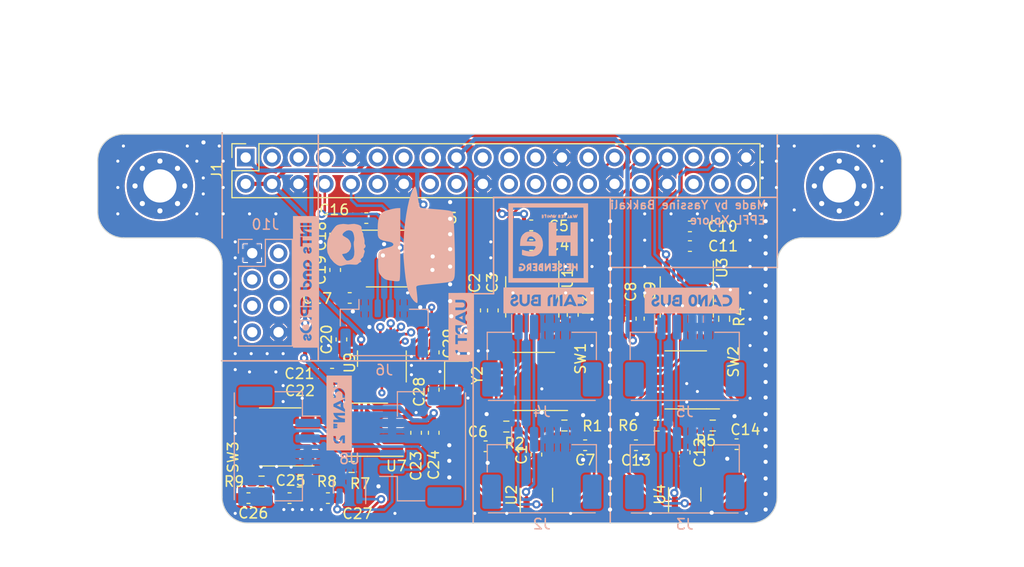
<source format=kicad_pcb>
(kicad_pcb (version 20221018) (generator pcbnew)
  (title_block (title "Jetson AGX Xavier 40pinheader hat") (date "2023-06-17") (rev "MK1") (company "EPFL Xplore") (comment 3 "Made by [MYB]") (comment 4 "AISLER Project ID: YHUOPNUO"))
  (layers (0 "F.Cu" signal) (1 "In1.Cu" signal) (2 "In2.Cu" signal) (31 "B.Cu" signal) (34 "B.Paste" user) (35 "F.Paste" user) (36 "B.SilkS" user "B.Silkscreen") (37 "F.SilkS" user "F.Silkscreen") (38 "B.Mask" user) (39 "F.Mask" user) (44 "Edge.Cuts" user))
  (net 0 "")
  (net 1 "+3V3")
  (net 2 "+5V")
  (net 3 "/I2C_GP5_DAT")
  (net 4 "/I2C_GP5_CLK")
  (net 5 "GND")
  (net 6 "/MCLK05")
  (net 7 "/UART1_TX")
  (net 8 "/UART1_RX")
  (net 9 "/UART1_RTS")
  (net 10 "/I2S2_CLK")
  (net 11 "/PWM01")
  (net 12 "/GPIO27_PWM2")
  (net 13 "/GPIO8_AO_DMIC_IN_DAT")
  (net 14 "/GPIO35_PWM3")
  (net 15 "/SPI1_MOSI")
  (net 16 "/SPI1_MISO")
  (net 17 "/GPIO17_40HEADER")
  (net 18 "/SPI1_SCK")
  (net 19 "/SPI1_CS0")
  (net 20 "/SPI1_CS1")
  (net 21 "/I2C_GP2_DAT")
  (net 22 "/I2C_GP2_CLK")
  (net 23 "/CAN0_DIN")
  (net 24 "/CAN0_DOUT")
  (net 25 "/GPIO9_CAN1_GPIO0_DMIC_CLK")
  (net 26 "/CAN1_DOUT")
  (net 27 "/I2S_FS")
  (net 28 "/UART1_CTS")
  (net 29 "/CAN1_DIN")
  (net 30 "/I2S_SDIN")
  (net 31 "/I2S_SDOUT")
  (net 32 "/FDCAN_TRANSCEIVER/TERM_MID")
  (net 33 "/FDCAN_TRANSCEIVER/SW_BOT")
  (net 34 "/FDCAN_TRANSCEIVER1/TERM_MID")
  (net 35 "/FDCAN_TRANSCEIVER1/SW_BOT")
  (net 36 "/FDCAN_TRANSCEIVER2/TERM_MID")
  (net 37 "/FDCAN_TRANSCEIVER2/SW_BOT")
  (net 38 "/FDCAN_TRANSCEIVER1/S")
  (net 39 "/FDCAN_TRANSCEIVER1/SW_TOP")
  (net 40 "/FDCAN_TRANSCEIVER/SW_TOP")
  (net 41 "/FDCAN_TRANSCEIVER2/SW_TOP")
  (net 42 "/FDCAN_TRANSCEIVER/S")
  (net 43 "/FDCAN_TRANSCEIVER2/S")
  (net 48 "Net-(U5-V+)")
  (net 49 "Net-(U5-V-)")
  (net 50 "Net-(U5-C1+)")
  (net 51 "Net-(U5-C1-)")
  (net 52 "Net-(U5-C2-)")
  (net 53 "Net-(U5-C2+)")
  (net 54 "Net-(J6-Pin_2)")
  (net 55 "Net-(J6-Pin_3)")
  (net 60 "/FDCAN_TRANSCEIVER1/CAN-")
  (net 61 "/FDCAN_TRANSCEIVER1/CAN+")
  (net 62 "/FDCAN_TRANSCEIVER/CAN-")
  (net 63 "/FDCAN_TRANSCEIVER/CAN+")
  (net 64 "/FDCAN_TRANSCEIVER2/CAN-")
  (net 65 "/FDCAN_TRANSCEIVER2/CAN+")
  (net 66 "/FDCAN_TRANSCEIVER2/TXD")
  (net 67 "/FDCAN_TRANSCEIVER2/RXD")
  (net 71 "Net-(U9-OSC2)")
  (net 72 "Net-(U9-OSC1)")
  (footprint "Capacitor_SMD:C_0603_1608Metric_Pad1.08x0.95mm_HandSolder" (layer "F.Cu") (at 50.1 78.1 180)
    (fp_text reference "C25")
    (fp_text value "4.7uF")
  )
  (footprint "Capacitor_SMD:C_0603_1608Metric_Pad1.08x0.95mm_HandSolder" (layer "F.Cu") (at 62.3 71.8 -90)
    (fp_text reference "C23")
    (fp_text value "0.1uF")
  )
  (footprint "Capacitor_SMD:C_0603_1608Metric_Pad1.08x0.95mm_HandSolder" (layer "F.Cu") (at 54.2 66.1 180)
    (fp_text reference "C21")
    (fp_text value "4.7uF")
  )
  (footprint "Capacitor_SMD:C_0603_1608Metric_Pad1.08x0.95mm_HandSolder" (layer "F.Cu") (at 64 64.05 -90)
    (fp_text reference "C29")
    (fp_text value "22pF")
  )
  (footprint "Crystal:Crystal_SMD_2016-4Pin_2.0x1.6mm" (layer "F.Cu") (at 66.2 66.25 -90)
    (fp_text reference "Y2")
    (fp_text value "CN4040M00010T1521016")
  )
  (footprint "Capacitor_SMD:C_0603_1608Metric_Pad1.08x0.95mm_HandSolder" (layer "F.Cu") (at 54.5 52.7 -90)
    (fp_text reference "C18")
    (fp_text value "0.1uF")
  )
  (footprint "0_switch_button:CAS-220TB" (layer "F.Cu") (at 49.2 72.2 90)
    (fp_text reference "SW3")
    (fp_text value "SW_DPDT_x2")
  )
  (footprint "Connector_PinSocket_2.54mm:PinSocket_2x20_P2.54mm_Vertical" (layer "F.Cu") (at 45.875 45.26 90)
    (fp_text reference "J1")
    (fp_text value "02x20 2.54 mm Female Socket")
  )
  (footprint "Resistor_SMD:R_0603_1608Metric_Pad0.98x0.95mm_HandSolder" (layer "F.Cu") (at 56.0875 75.1)
    (fp_text reference "R7")
    (fp_text value "10k")
  )
  (footprint "Capacitor_SMD:C_0603_1608Metric_Pad1.08x0.95mm_HandSolder" (layer "F.Cu") (at 54.2 67.8 180)
    (fp_text reference "C22")
    (fp_text value "0.1uF")
  )
  (footprint "Capacitor_SMD:C_0603_1608Metric_Pad1.08x0.95mm_HandSolder" (layer "F.Cu") (at 55.1 62.8 90)
    (fp_text reference "C20")
    (fp_text value "0.1uF")
  )
  (footprint "0_switch_button:CAS-220TB" (layer "F.Cu") (at 88.3 66.7 90)
    (fp_text reference "SW2")
    (fp_text value "SW_DPDT_x2")
  )
  (footprint "Capacitor_SMD:C_0603_1608Metric_Pad1.08x0.95mm_HandSolder" (layer "F.Cu") (at 83.5 73)
    (fp_text reference "C13")
    (fp_text value "DNP")
  )
  (footprint "Resistor_SMD:R_0603_1608Metric_Pad0.98x0.95mm_HandSolder" (layer "F.Cu") (at 71 71.2 180)
    (fp_text reference "R2")
    (fp_text value "60R")
  )
  (footprint "Capacitor_SMD:C_0603_1608Metric_Pad1.08x0.95mm_HandSolder" (layer "F.Cu") (at 68 60 90)
    (fp_text reference "C2")
    (fp_text value "0.1uF")
  )
  (footprint "Capacitor_SMD:C_0603_1608Metric_Pad1.08x0.95mm_HandSolder" (layer "F.Cu") (at 57.5 51.1 180)
    (fp_text reference "C16")
    (fp_text value "0.1uF")
  )
  (footprint "Capacitor_SMD:C_0603_1608Metric_Pad1.08x0.95mm_HandSolder" (layer "F.Cu") (at 88.7 51.9)
    (fp_text reference "C10")
    (fp_text value "0.1uF")
  )
  (footprint "Resistor_SMD:R_0603_1608Metric_Pad0.98x0.95mm_HandSolder" (layer "F.Cu") (at 76.6 71.1 180)
    (fp_text reference "R1")
    (fp_text value "60R")
  )
  (footprint "Capacitor_SMD:C_0603_1608Metric_Pad1.08x0.95mm_HandSolder" (layer "F.Cu") (at 53.8 78.1 180)
    (fp_text reference "C27")
    (fp_text value "DNP")
  )
  (footprint "Capacitor_SMD:C_0603_1608Metric_Pad1.08x0.95mm_HandSolder" (layer "F.Cu") (at 64 67.65 90)
    (fp_text reference "C28")
    (fp_text value "22pF")
  )
  (footprint "Capacitor_SMD:C_0603_1608Metric_Pad1.08x0.95mm_HandSolder" (layer "F.Cu") (at 69.7 60 90)
    (fp_text reference "C3")
    (fp_text value "4.7uF")
  )
  (footprint "Capacitor_SMD:C_0603_1608Metric_Pad1.08x0.95mm_HandSolder" (layer "F.Cu") (at 69 73.1)
    (fp_text reference "C6")
    (fp_text value "DNP")
  )
  (footprint "Resistor_SMD:R_0603_1608Metric_Pad0.98x0.95mm_HandSolder" (layer "F.Cu") (at 77.4 60.3125 90)
    (fp_text reference "R3")
    (fp_text value "10k")
  )
  (footprint "Capacitor_SMD:C_0603_1608Metric_Pad1.08x0.95mm_HandSolder" (layer "F.Cu") (at 64 71.8 -90)
    (fp_text reference "C24")
    (fp_text value "4.7uF")
  )
  (footprint "Package_SO:SOIC-8_3.9x4.9mm_P1.27mm" (layer "F.Cu") (at 57.6 71.5 180)
    (fp_text reference "U7")
    (fp_text value "TCAN1051HGDQ1")
  )
  (footprint "Capacitor_SMD:C_0603_1608Metric_Pad1.08x0.95mm_HandSolder" (layer "F.Cu") (at 88.2 73.7 90)
    (fp_text reference "C12")
    (fp_text value "4.7uF")
  )
  (footprint "Capacitor_SMD:C_0603_1608Metric_Pad1.08x0.95mm_HandSolder" (layer "F.Cu") (at 88.7 53.8)
    (fp_text reference "C11")
    (fp_text value "4.7uF")
  )
  (footprint "Package_TO_SOT_SMD:SOT-23" (layer "F.Cu") (at 88.2 77.7375 90)
    (fp_text reference "U4")
    (fp_text value "PESD2CANFD27V-TR")
  )
  (footprint "Resistor_SMD:R_0603_1608Metric_Pad0.98x0.95mm_HandSolder" (layer "F.Cu") (at 92 60.8 90)
    (fp_text reference "R4")
    (fp_text value "10k")
  )
  (footprint "Capacitor_SMD:C_0603_1608Metric_Pad1.08x0.95mm_HandSolder" (layer "F.Cu") (at 84.8 60.8 90)
    (fp_text reference "C9")
    (fp_text value "0.1uF")
  )
  (footprint "Capacitor_SMD:C_0603_1608Metric_Pad1.08x0.95mm_HandSolder" (layer "F.Cu") (at 73.4 51.8)
    (fp_text reference "C5")
    (fp_text value "4.7uF")
  )
  (footprint "Capacitor_SMD:C_0603_1608Metric_Pad1.08x0.95mm_HandSolder" (layer "F.Cu") (at 93.2 72.9 180)
    (fp_text reference "C14")
    (fp_text value "DNP")
  )
  (footprint "Package_SO:TSSOP-16_4.4x5mm_P0.65mm" (layer "F.Cu") (at 59.7 55)
    (fp_text reference "U5")
    (fp_text value "TRSF3232EIPWR")
  )
  (footprint "Package_SO:SOIC-8_3.9x4.9mm_P1.27mm" (layer "F.Cu") (at 73.5 58.7 -90)
    (fp_text reference "U1")
    (fp_text value "TCAN1051HGDQ1")
  )
  (footprint "Package_DFN_QFN:DFN-14-1EP_3x4.5mm_P0.65mm_EP1.65x4.25mm" (layer "F.Cu") (at 59 65.4 90)
    (fp_text reference "U9")
    (fp_text value "MCP2517FD-xJHA")
  )
  (footprint "MountingHole:MountingHole_3.2mm_M3_Pad_Via" (layer "F.Cu") (at 103.1 48)
    (fp_text reference "H1" hide)
    (fp_text value "M3")
  )
  (footprint "Resistor_SMD:R_0603_1608Metric_Pad0.98x0.95mm_HandSolder" (layer "F.Cu") (at 51.1 76.5 180)
    (fp_text reference "R8")
    (fp_text value "60R")
  )
  (footprint "Capacitor_SMD:C_0603_1608Metric_Pad1.08x0.95mm_HandSolder" (layer "F.Cu") (at 46.1375 78.1)
    (fp_text reference "C26")
    (fp_text value "DNP")
  )
  (footprint "Resistor_SMD:R_0603_1608Metric_Pad0.98x0.95mm_HandSolder" (layer "F.Cu") (at 90.9 71.1 180)
    (fp_text reference "R5")
    (fp_text value "60R")
  )
  (footprint "Capacitor_SMD:C_0603_1608Metric_Pad1.08x0.95mm_HandSolder" (layer "F.Cu") (at 78.6 73 180)
    (fp_text reference "C7")
    (fp_text value "DNP")
  )
  (footprint "Capacitor_SMD:C_0603_1608Metric_Pad1.08x0.95mm_HandSolder" (layer "F.Cu") (at 73.4 53.7)
    (fp_text reference "C4")
    (fp_text value "0.1uF")
  )
  (footprint "Package_TO_SOT_SMD:SOT-23" (layer "F.Cu") (at 73.9 77.8 90)
    (fp_text reference "U2")
    (fp_text value "PESD2CANFD27V-TR")
  )
  (footprint "Capacitor_SMD:C_0603_1608Metric_Pad1.08x0.95mm_HandSolder" (layer "F.Cu") (at 83 60.8 90)
    (fp_text reference "C8")
    (fp_text value "4.7uF")
  )
  (footprint "Capacitor_SMD:C_0603_1608Metric_Pad1.08x0.95mm_HandSolder" (layer "F.Cu") (at 55.9 58.8)
    (fp_text reference "C17")
    (fp_text value "0.1uF")
  )
  (footprint "Capacitor_SMD:C_0603_1608Metric_Pad1.08x0.95mm_HandSolder" (layer "F.Cu") (at 61.7 51.1 180)
    (fp_text reference "C15")
    (fp_text value "0.1uF")
  )
  (footprint "Package_SO:SOIC-8_3.9x4.9mm_P1.27mm" (layer "F.Cu") (at 88.4 58.7 -90)
    (fp_text reference "U3")
    (fp_text value "TCAN1051HGDQ1")
  )
  (footprint "Capacitor_SMD:C_0603_1608Metric_Pad1.08x0.95mm_HandSolder" (layer "F.Cu") (at 73.9 73.9 90)
    (fp_text reference "C1")
    (fp_text value "4.7uF")
  )
  (footprint "0_switch_button:CAS-220TB" (layer "F.Cu") (at 73.65 66.85 90)
    (fp_text reference "SW1")
    (fp_text value "SW_DPDT_x2")
  )
  (footprint "Resistor_SMD:R_0603_1608Metric_Pad0.98x0.95mm_HandSolder" (layer "F.Cu") (at 47.4 76.5 180)
    (fp_text reference "R9")
    (fp_text value "60R")
  )
  (footprint "MountingHole:MountingHole_3.2mm_M3_Pad_Via" (layer "F.Cu") (at 37.600044 48.000044)
    (fp_text reference "H2" hide)
    (fp_text value "M3")
  )
  (footprint "Capacitor_SMD:C_0603_1608Metric_Pad1.08x0.95mm_HandSolder" (layer "F.Cu") (at 54.5 56.1 90)
    (fp_text reference "C19")
    (fp_text value "0.1uF")
  )
  (footprint "Resistor_SMD:R_0603_1608Metric_Pad0.98x0.95mm_HandSolder" (layer "F.Cu") (at 85.4875 71.1 180)
    (fp_text reference "R6")
    (fp_text value "60R")
  )
  (footprint "kibuzzard-648DB5C4" (layer "B.Cu") (at 51.67 57.25 -90)
    (fp_text reference "kibuzzard-648DB5C4" hide)
    (fp_text value "G***" hide)
  )
  (footprint "Connector_Molex:Molex_CLIK-Mate_505405-0470_1x04-1MP_P1.50mm_Vertical" (layer "B.Cu") (at 74.422 75.184)
    (fp_text reference "J2")
    (fp_text value "CLIK-Mate 502584")
  )
  (footprint "Connector_PinSocket_2.54mm:PinSocket_2x04_P2.54mm_Vertical" (layer "B.Cu") (at 46.5 54.48 180)
    (fp_text reference "J10")
    (fp_text value "02x04 2.54mm Pin Headers")
  )
  (footprint "kibuzzard-648DB541" (layer "B.Cu") (at 75.09 59.03 180)
    (fp_text reference "kibuzzard-648DB541" hide)
    (fp_text value "G***" hide)
  )
  (footprint "Connector_Molex:Molex_CLIK-Mate_505405-0470_1x04-1MP_P1.50mm_Vertical" (layer "B.Cu") (at 49.1 73.1 -90)
    (fp_text reference "J7" hide)
    (fp_text value "CLIK-Mate 502584")
  )
  (footprint "Package_TO_SOT_SMD:SOT-23" (layer "B.Cu") (at 55.88 76.962 90)
    (fp_text reference "U8")
    (fp_text value "PESD2CANFD27V-TR")
  )
  (footprint "kibuzzard-648DB59F" (layer "B.Cu") (at 54.88 69.89 -90)
    (fp_text reference "kibuzzard-648DB59F" hide)
    (fp_text value "G***" hide)
  )
  (footprint "Connector_Molex:Molex_CLIK-Mate_505405-0470_1x04-1MP_P1.50mm_Vertical" (layer "B.Cu") (at 74.422 64.35)
    (fp_text reference "J4")
    (fp_text value "CLIK-Mate 502584")
  )
  (footprint "LOGO" (layer "B.Cu") (at 75.04 53.52 180)
    (fp_text reference "G***" hide)
    (fp_text value "LOGO" hide)
  )
  (footprint "Connector_Molex:Molex_CLIK-Mate_505405-0470_1x04-1MP_P1.50mm_Vertical" (layer "B.Cu") (at 88.2 75.2)
    (fp_text reference "J3")
    (fp_text value "CLIK-Mate 502584")
  )
  (footprint "LOGO" (layer "B.Cu") (at 58.572369 53.343073 90)
    (fp_text reference "G***" hide)
    (fp_text value "LOGO" hide)
  )
  (footprint "kibuzzard-648DB530" (layer "B.Cu") (at 88.89 59.05 180)
    (fp_text reference "kibuzzard-648DB530" hide)
    (fp_text value "G***" hide)
  )
  (footprint "Connector_Molex:Molex_CLIK-Mate_505405-0470_1x04-1MP_P1.50mm_Vertical" (layer "B.Cu") (at 62.738 73.1 90)
    (fp_text reference "J9" hide)
    (fp_text value "CLIK-Mate 502584")
  )
  (footprint "Connector_JST:JST_GH_BM04B-GHS-TBT_1x04-1MP_P1.25mm_Vertical" (layer "B.Cu") (at 59.225 61.75)
    (fp_text reference "J6")
    (fp_text value "Conn_01x04")
  )
  (footprint "kibuzzard-648DB57D" (layer "B.Cu") (at 66.65 61.625 -90)
    (fp_text reference "kibuzzard-648DB57D" hide)
    (fp_text value "G***" hide)
  )
  (footprint "Connector_Molex:Molex_CLIK-Mate_505405-0470_1x04-1MP_P1.50mm_Vertical" (layer "B.Cu") (at 88.2 64.35)
    (fp_text reference "J5")
    (fp_text value "CLIK-Mate 502584")
  )
  (gr_line (start 81.02 80.49) (end 81.02 49.12) (stroke (width 0.15)) (layer "B.SilkS"))
  (gr_line (start 67.8 80.505) (end 67.8 64.845) (stroke (width 0.15)) (layer "B.SilkS"))
  (gr_line (start 97.12 53.04) (end 97.12 43.05) (stroke (width 0.15)) (layer "B.SilkS"))
  (gr_line (start 66.37 58.39) (end 69.77 58.39) (stroke (width 0.15)) (layer "B.SilkS"))
  (gr_line (start 52.87 63.5) (end 52.87 43.03) (stroke (width 0.15)) (layer "B.SilkS"))
  (gr_line (start 43.55 64.86) (end 52.87 64.86) (stroke (width 0.15)) (layer "B.SilkS"))
  (gr_line (start 97.12 53.04) (end 97.12 55.86) (stroke (width 0.15)) (layer "B.SilkS"))
  (gr_line (start 69.77 49.1) (end 81.02 49.1) (stroke (width 0.15)) (layer "B.SilkS"))
  (gr_line (start 97.12 49.1) (end 97.12 53.04) (stroke (width 0.15)) (layer "B.SilkS"))
  (gr_line (start 81.02 49.1) (end 97.12 49.1) (stroke (width 0.15)) (layer "B.SilkS"))
  (gr_line (start 43.6 53.02) (end 43.6 42.88) (stroke (width 0.15)) (layer "B.SilkS"))
  (gr_line (start 81.01 55.86) (end 97.13 55.86) (stroke (width 0.15)) (layer "B.SilkS"))
  (gr_line (start 69.77 58.39) (end 69.77 49.1) (stroke (width 0.15)) (layer "B.SilkS"))
  (gr_line (start 52.87 64.86) (end 52.87 63.5) (stroke (width 0.15)) (layer "B.SilkS"))
  (gr_line (start 66.22 64.86) (end 43.55 64.86) (stroke (width 0.15)) (layer "B.SilkS"))
  (gr_line (start 41.1 53) (end 34.109999 53) (stroke (width 0.1)) (layer "Edge.Cuts"))
  (gr_line (start 97.1 55.5) (end 97.1 78) (stroke (width 0.1)) (layer "Edge.Cuts"))
  (gr_arc (start 46.100499 80.500499) (mid 44.332379 79.76812) (end 43.6 78) (stroke (width 0.1)) (layer "Edge.Cuts"))
  (gr_line (start 94.6 80.5) (end 46.1 80.5) (stroke (width 0.1)) (layer "Edge.Cuts"))
  (gr_line (start 43.6 78) (end 43.6 55.5) (stroke (width 0.1)) (layer "Edge.Cuts"))
  (gr_arc (start 34.109999 53) (mid 32.335161 52.264838) (end 31.6 50.49) (stroke (width 0.1)) (layer "Edge.Cuts"))
  (gr_arc (start 31.6 45.52) (mid 32.335162 43.745162) (end 34.11 43.010001) (stroke (width 0.1)) (layer "Edge.Cuts"))
  (gr_arc (start 109.11 50.490001) (mid 108.374838 52.264839) (end 106.6 53) (stroke (width 0.1)) (layer "Edge.Cuts"))
  (gr_arc (start 106.600002 43) (mid 108.37484 43.735162) (end 109.110001 45.51) (stroke (width 0.1)) (layer "Edge.Cuts"))
  (gr_arc (start 97.100499 55.5) (mid 97.832731 53.732233) (end 99.600498 53) (stroke (width 0.1)) (layer "Edge.Cuts"))
  (gr_line (start 31.6 50.49) (end 31.6 45.52) (stroke (width 0.1)) (layer "Edge.Cuts"))
  (gr_arc (start 41.1 53) (mid 42.867767 53.732232) (end 43.6 55.499999) (stroke (width 0.1)) (layer "Edge.Cuts"))
  (gr_arc (start 97.100499 78) (mid 96.36812 79.76812) (end 94.6 80.500499) (stroke (width 0.1)) (layer "Edge.Cuts"))
  (gr_line (start 109.110001 45.51) (end 109.11 50.490001) (stroke (width 0.1)) (layer "Edge.Cuts"))
  (gr_line (start 106.6 53) (end 99.6 53) (stroke (width 0.1)) (layer "Edge.Cuts"))
  (gr_line (start 34.11 43.010001) (end 106.61 43) (stroke (width 0.1)) (layer "Edge.Cuts"))
  (gr_text "Made by Yassine Bakkali" (at 96.16 50.3) (layer "B.SilkS") (effects (font (size 0.8 0.8)) (justify left bottom mirror)))
  (gr_text "EPFL Xplore" (at 96.07 51.77) (layer "B.SilkS") (effects (font (size 0.8 0.8)) (justify left bottom mirror)))
  (segment (start 86.495 61.175) (end 85.2875 61.175) (width 0.4) (layer "F.Cu") (net 1))
  (segment (start 57.05 63.9) (end 55.7625 63.9) (width 0.4) (layer "F.Cu") (net 1))
  (segment (start 83 61.6625) (end 84.8 61.6625) (width 0.4) (layer "F.Cu") (net 1))
  (segment (start 55.0625 69.5325) (end 55.0625 67.8) (width 0.4) (layer "F.Cu") (net 1))
  (segment (start 85.2875 61.175) (end 84.8 61.6625) (width 0.4) (layer "F.Cu") (net 1))
  (segment (start 62.5625 51.1) (end 62.5625 52.725) (width 0.4) (layer "F.Cu") (net 1))
  (segment (start 68 61.0755) (end 67.1 61.9755) (width 0.4) (layer "F.Cu") (net 1))
  (segment (start 63 49.8) (end 63 50.6625) (width 0.4) (layer "F.Cu") (net 1))
  (segment (start 57 62.8) (end 57 63.85) (width 0.4) (layer "F.Cu") (net 1))
  (segment (start 83.2 62.9) (end 83.2 61.8625) (width 0.4) (layer "F.Cu") (net 1))
  (segment (start 55.7625 63.9) (end 55.4 63.5375) (width 0.4) (layer "F.Cu") (net 1))
  (segment (start 70.0125 61.175) (end 71.595 61.175) (width 0.4) (layer "F.Cu") (net 1))
  (segment (start 55.0625 63.875) (end 55.0625 66.1) (width 0.4) (layer "F.Cu") (net 1))
  (segment (start 68 60.8625) (end 69.7 60.8625) (width 0.4) (layer "F.Cu") (net 1))
  (segment (start 69.7 60.8625) (end 70.0125 61.175) (width 0.4) (layer "F.Cu") (net 1))
  (segment (start 55.125 69.595) (end 55.0625 69.5325) (width 0.4) (layer "F.Cu") (net 1))
  (segment (start 57 63.85) (end 57.05 63.9) (width 0.4) (layer "F.Cu") (net 1))
  (segment (start 68 60.8625) (end 68 61.0755) (width 0.4) (layer "F.Cu") (net 1))
  (segment (start 55.0625 66.1) (end 55.0625 67.8) (width 0.4) (layer "F.Cu") (net 1))
  (segment (start 55.4 63.5375) (end 55.0625 63.875) (width 0.4) (layer "F.Cu") (net 1))
  (segment (start 83.2 61.8625) (end 83 61.6625) (width 0.4) (layer "F.Cu") (net 1))
  (segment (start 63 50.6625) (end 62.5625 51.1) (width 0.4) (layer "F.Cu") (net 1))
  (via (at 83.2 62.9) (size 0.8) (drill 0.4) (layers "F.Cu" "B.Cu") (net 1))
  (via (at 67.1 61.9755) (size 0.8) (drill 0.4) (layers "F.Cu" "B.Cu") (net 1))
  (via (at 63 49.8) (size 0.8) (drill 0.4) (layers "F.Cu" "B.Cu") (net 1))
  (via (at 57 62.8) (size 0.8) (drill 0.4) (layers "F.Cu" "B.Cu") (net 1))
  (segment (start 67.48 46.94) (end 67.48 61.5955) (width 0.4) (layer "B.Cu") (net 1))
  (segment (start 66.2 45.265) (end 66.195 45.26) (width 0.4) (layer "B.Cu") (net 1))
  (segment (start 67.955 43.5) (end 81.5 43.5) (width 0.4) (layer "B.Cu") (net 1))
  (segment (start 67.05 46.51) (end 67.48 46.94) (width 0.4) (layer "B.Cu") (net 1))
  (segment (start 62.405 46.605) (end 62.405 49.205) (width 0.4) (layer "B.Cu") (net 1))
  (segment (start 52.205 57.605) (end 55.5 60.9) (width 0.4) (layer "B.Cu") (net 1))
  (segment (start 66.2 46.51) (end 67.05 46.51) (width 0.4) (layer "B.Cu") (net 1))
  (segment (start 45.875 45.26) (end 47.125 46.51) (width 0.4) (layer "B.Cu") (net 1))
  (segment (start 82.685 62.385) (end 83.2 62.9) (width 0.4) (layer "B.Cu") (net 1))
  (segment (start 57 62.330761) (end 57 62.8) (width 0.4) (layer "B.Cu") (net 1))
  (segment (start 66.195 45.26) (end 67.955 43.5) (width 0.4) (layer "B.Cu") (net 1))
  (segment (start 66.2 46.51) (end 66.2 45.265) (width 0.4) (layer "B.Cu") (net 1))
  (segment (start 52.2 46.51) (end 62.5 46.51) (width 0.4) (layer "B.Cu") (net 1))
  (segment (start 52.2 46.51) (end 52.205 46.515) (width 0.4) (layer "B.Cu") (net 1))
  (segment (start 52.205 46.515) (end 52.205 57.605) (width 0.4) (layer "B.Cu") (net 1))
  (segment (start 82.685 44.685) (end 82.685 62.385) (width 0.4) (layer "B.Cu") (net 1))
  (segment (start 55.5 60.9) (end 55.569239 60.9) (width 0.4) (layer "B.Cu") (net 1))
  (segment (start 81.5 43.5) (end 82.685 44.685) (width 0.4) (layer "B.Cu") (net 1))
  (segment (start 62.5 46.51) (end 66.2 46.51) (width 0.4) (layer "B.Cu") (net 1))
  (segment (start 67.48 61.5955) (end 67.1 61.9755) (width 0.4) (layer "B.Cu") (net 1))
  (segment (start 62.405 49.205) (end 63 49.8) (width 0.4) (layer "B.Cu") (net 1))
  (segment (start 47.125 46.51) (end 52.2 46.51) (width 0.4) (layer "B.Cu") (net 1))
  (segment (start 55.569239 60.9) (end 57 62.330761) (width 0.4) (layer "B.Cu") (net 1))
  (segment (start 62.5 46.51) (end 62.405 46.605) (width 0.4) (layer "B.Cu") (net 1))
  (segment (start 64 70.9375) (end 62.3 70.9375) (width 0.4) (layer "F.Cu") (net 2))
  (segment (start 86.722767 43.7) (end 87.805 44.782233) (width 0.4) (layer "F.Cu") (net 2))
  (segment (start 69.562767 43.7) (end 86.722767 43.7) (width 0.4) (layer "F.Cu") (net 2))
  (segment (start 72.5375 51.8) (end 72.5375 53.7) (width 0.4) (layer "F.Cu") (net 2))
  (segment (start 51.6 64.5) (end 51.5 64.6) (width 0.4) (layer "F.Cu") (net 2))
  (segment (start 56.6 46.55) (end 57.285 45.865) (width 0.4) (layer "F.Cu") (net 2))
  (segment (start 64 69.900002) (end 63.999999 69.900001) (width 0.4) (layer "F.Cu") (net 2))
  (segment (start 72.865 54.0275) (end 72.5375 53.7) (width 0.4) (layer "F.Cu") (net 2))
  (segment (start 72.7 50.7) (end 72.7 51.6375) (width 0.4) (layer "F.Cu") (net 2))
  (segment (start 87.805 51.8675) (end 87.8375 51.9) (width 0.4) (layer "F.Cu") (net 2))
  (segment (start 87.8375 51.9) (end 87.8375 53.8) (width 0.4) (layer "F.Cu") (net 2))
  (segment (start 87.8375 53.8) (end 87.765 53.8725) (width 0.4) (layer "F.Cu") (net 2))
  (segment (start 70.025 50.125) (end 70.6 50.7) (width 0.4) (layer "F.Cu") (net 2))
  (segment (start 49.665 46.55) (end 56.6 46.55) (width 0.4) (layer "F.Cu") (net 2))
  (segment (start 51.6 61.2) (end 51.6 64.5) (width 0.4) (layer "F.Cu") (net 2))
  (segment (start 72.865 56.225) (end 72.865 54.0275) (width 0.4) (layer "F.Cu") (net 2))
  (segment (start 58.2995 43.7005) (end 69.562267 43.7005) (width 0.4) (layer "F.Cu") (net 2))
  (segment (start 62.3 70.9375) (end 62.2275 70.865) (width 0.4) (layer "F.Cu") (net 2))
  (segment (start 72.7 51.6375) (end 72.5375 51.8) (width 0.4) (layer "F.Cu") (net 2))
  (segment (start 62.2275 70.865) (end 60.075 70.865) (width 0.4) (layer "F.Cu") (net 2))
  (segment (start 48.415 47.8) (end 45.875 47.8) (width 0.4) (layer "F.Cu") (net 2))
  (segment (start 64 70.9375) (end 64 69.900002) (width 0.4) (layer "F.Cu") (net 2))
  (segment (start 69.562767 43.7) (end 70.025 44.162233) (width 0.4) (layer "F.Cu") (net 2))
  (segment (start 57.285 45.865) (end 57.285 44.715) (width 0.4) (layer "F.Cu") (net 2))
  (segment (start 57.285 44.715) (end 58.2995 43.7005) (width 0.4) (layer "F.Cu") (net 2))
  (segment (start 69.562267 43.7005) (end 69.562767 43.7) (width 0.4) (layer "F.Cu") (net 2))
  (segment (start 87.805 44.782233) (end 87.805 51.8675) (width 0.4) (layer "F.Cu") (net 2))
  (segment (start 87.765 53.8725) (end 87.765 56.225) (width 0.4) (layer "F.Cu") (net 2))
  (segment (start 48.415 47.8) (end 49.665 46.55) (width 0.4) (layer "F.Cu") (net 2))
  (segment (start 70.025 44.162233) (end 70.025 50.125) (width 0.4) (layer "F.Cu") (net 2))
  (via (at 72.7 50.7) (size 0.8) (drill 0.4) (layers "F.Cu" "B.Cu") (net 2))
  (via (at 51.5 64.6) (size 0.8) (drill 0.4) (layers "F.Cu" "B.Cu") (net 2))
  (via (at 70.6 50.7) (size 0.8) (drill 0.4) (layers "F.Cu" "B.Cu") (net 2))
  (via (at 51.6 61.2) (size 0.8) (drill 0.4) (layers "F.Cu" "B.Cu") (net 2))
  (via (at 63.999999 69.900001) (size 0.8) (drill 0.4) (layers "F.Cu" "B.Cu") (net 2))
  (segment (start 63.288 70.612) (end 63.999999 69.900001) (width 0.4) (layer "B.Cu") (net 2))
  (segment (start 60.706 69.342) (end 61.976 70.612) (width 0.4) (layer "B.Cu") (net 2))
  (segment (start 72.7 50.7) (end 70.6 50.7) (width 0.4) (layer "B.Cu") (net 2))
  (segment (start 61.976 70.612) (end 63.288 70.612) (width 0.4) (layer "B.Cu") (net 2))
  (segment (start 51.5 64.6) (end 56.242 69.342) (width 0.4) (layer "B.Cu") (net 2))
  (segment (start 51.6 50.985) (end 51.6 61.2) (width 0.4) (layer "B.Cu") (net 2))
  (segment (start 56.242 69.342) (end 60.706 69.342) (width 0.4) (layer "B.Cu") (net 2))
  (segment (start 48.415 47.8) (end 51.6 50.985) (width 0.4) (layer "B.Cu") (net 2))
  (via (at 94.5 58.310118) (size 0.7) (drill 0.3) (layers "F.Cu" "B.Cu") (net 5))
  (via (at 84 74.3) (size 0.8) (drill 0.4) (layers "F.Cu" "B.Cu") (net 5))
  (via (at 53.86 63.390118) (size 0.7) (drill 0.3) (layers "F.Cu" "B.Cu") (net 5))
  (via (at 44.86 65.710118) (size 0.7) (drill 0.3) (layers "F.Cu" "B.Cu") (net 5))
  (via (at 69.5 54.930118) (size 0.7) (drill 0.3) (layers "F.Cu" "B.Cu") (net 5))
  (via (at 46.24 50.690118) (size 0.7) (drill 0.3) (layers "F.Cu" "B.Cu") (net 5))
  (via (at 41.16 50.690118) (size 0.7) (drill 0.3) (layers "F.Cu" "B.Cu") (net 5))
  (via (at 96 52.9) (size 0.8) (drill 0.4) (layers "F.Cu" "B.Cu") (net 5))
  (via (at 44.86 54.930118) (size 0.7) (drill 0.3) (layers "F.Cu" "B.Cu") (net 5))
  (via (at 96 70) (size 0.8) (drill 0.4) (layers "F.Cu" "B.Cu") (net 5))
  (via (at 47.349636 75.093198) (size 0.7) (drill 0.3) (layers "F.Cu" "B.Cu") (net 5))
  (via (at 47.94 64.170118) (size 0.7) (drill 0.3) (layers "F.Cu" "B.Cu") (net 5))
  (via (at 53.15 79.2) (size 0.7) (drill 0.3) (layers "F.Cu" "B.Cu") (net 5))
  (via (at 94.14 79.570118) (size 0.7) (drill 0.3) (layers "F.Cu" "B.Cu") (net 5))
  (via (at 65.5 76.1) (size 0.8) (drill 0.4) (layers "F.Cu" "B.Cu") (net 5))
  (via (at 90.8 79.5) (size 0.8) (drill 0.4) (layers "F.Cu" "B.Cu") (net 5))
  (via (at 92.6 58.010118) (size 0.7) (drill 0.3) (layers "F.Cu" "B.Cu") (net 5))
  (via (at 95.68 44.150118) (size 0.7) (drill 0.3) (layers "F.Cu" "B.Cu") (net 5))
  (via (at 52.25 79.2) (size 0.7) (drill 0.3) (layers "F.Cu" "B.Cu") (net 5))
  (via (at 64.6 65.9) (size 0.7) (drill 0.3) (layers "F.Cu" "B.Cu") (net 5))
  (via (at 96 57.6) (size 0.8) (drill 0.4) (layers "F.Cu" "B.Cu") (net 5))
  (via (at 62.7 59.7) (size 0.8) (drill 0.4) (layers "F.Cu" "B.Cu") (net 5))
  (via (at 79.26 58.310118) (size 0.7) (drill 0.3) (layers "F.Cu" "B.Cu") (net 5))
  (via (at 69.1 70) (size 0.8) (drill 0.4) (layers "F.Cu" "B.Cu") (net 5))
  (via (at 107.2 50.690118) (size 0.7) (drill 0.3) (layers "F.Cu" "B.Cu") (net 5))
  (via (at 96 59.1) (size 0.8) (drill 0.4) (layers "F.Cu" "B.Cu") (net 5))
  (via (at 94.5 55.770118) (size 0.7) (drill 0.3) (layers "F.Cu" "B.Cu") (net 5))
  (via (at 48.78 65.930118) (size 0.7) (drill 0.3) (layers "F.Cu" "B.Cu") (net 5))
  (via (at 33.54 50.690118) (size 0.7) (drill 0.3) (layers "F.Cu" "B.Cu") (net 5))
  (via (at 86.88 50.690118) (size 0.7) (drill 0.3) (layers "F.Cu" "B.Cu") (net 5))
  (via (at 74.422 67.564) (size 0.7) (drill 0.3) (layers "F.Cu" "B.Cu") (net 5))
  (via (at 86.44 59.550118) (size 0.7) (drill 0.3) (layers "F.Cu" "B.Cu") (net 5))
  (via (at 65.5 74.5) (size 0.8) (drill 0.4) (layers "F.Cu" "B.Cu") (net 5))
  (via (at 81 65.3) (size 0.8) (drill 0.4) (layers "F.Cu" "B.Cu") (net 5))
  (via (at 67.35 64.15) (size 0.7) (drill 0.3) (layers "F.Cu" "B.Cu") (net 5))
  (via (at 44.86 64.170118) (size 0.7) (drill 0.3) (layers "F.Cu" "B.Cu") (net 5))
  (via (at 81 60.7) (size 0.8) (drill 0.4) (layers "F.Cu" "B.Cu") (net 5))
  (via (at 65.581137 49.559561) (size 0.8) (drill 0.4) (layers "F.Cu" "B.Cu") (net 5))
  (via (at 65.581137 51.165227) (size 0.8) (drill 0.4) (layers "F.Cu" "B.Cu") (net 5))
  (via (at 83.6 70) (size 0.8) (drill 0.4) (layers "F.Cu" "B.Cu") (net 5))
  (via (at 76.72 58.310118) (size 0.7) (drill 0.3) (layers "F.Cu" "B.Cu") (net 5))
  (via (at 46.4 64.170118) (size 0.7) (drill 0.3) (layers "F.Cu" "B.Cu") (net 5))
  (via (at 79.26 63.390118) (size 0.7) (drill 0.3) (layers "F.Cu" "B.Cu") (net 5))
  (via (at 97.22 44.150118) (size 0.7) (drill 0.3) (layers "F.Cu" "B.Cu") (net 5))
  (via (at 96 51.4) (size 0.8) (drill 0.4) (layers "F.Cu" "B.Cu") (net 5))
  (via (at 44.86 53.390118) (size 0.7) (drill 0.3) (layers "F.Cu" "B.Cu") (net 5))
  (via (at 81 77.7) (size 0.8) (drill 0.4) (layers "F.Cu" "B.Cu") (net 5))
  (via (at 78.4 70.1) (size 0.8) (drill 0.4) (layers "F.Cu" "B.Cu") (net 5))
  (via (at 71.04 79.570118) (size 0.7) (drill 0.3) (layers "F.Cu" "B.Cu") (net 5))
  (via (at 94.5 53.230118) (size 0.7) (drill 0.3) (layers "F.Cu" "B.Cu") (net 5))
  (via (at 89.42 67.818) (size 0.7) (drill 0.3) (layers "F.Cu" "B.Cu") (net 5))
  (via (at 81 76.2) (size 0.8) (drill 0.4) (layers "F.Cu" "B.Cu") (net 5))
  (via (at 79.26 53.230118) (size 0.7) (drill 0.3) (layers "F.Cu" "B.Cu") (net 5))
  (via (at 68.3 63.9) (size 0.7) (drill 0.3) (layers "F.Cu" "B.Cu") (net 5))
  (via (at 65.5 73) (size 0.8) (drill 0.4) (layers "F.Cu" "B.Cu") (net 5))
  (via (at 51.3 79.2) (size 0.7) (drill 0.3) (layers "F.Cu" "B.Cu") (net 5))
  (via (at 88.392 68.834) (size 0.7) (drill 0.3) (layers "F.Cu" "B.Cu") (net 5))
  (via (at 96 62.2) (size 0.8) (drill 0.4) (layers "F.Cu" "B.Cu") (net 5))
  (via (at 89.42 50.690118) (size 0.7) (drill 0.3) (layers "F.Cu" "B.Cu") (net 5))
  (via (at 76.72 50.690118) (size 0.7) (drill 0.3) (layers "F.Cu" "B.Cu") (net 5))
  (via (at 84.34 50.690118) (size 0.7) (drill 0.3) (layers "F.Cu" "B.Cu") (net 5))
  (via (at 81 52.9) (size 0.8) (drill 0.4) (layers "F.Cu" "B.Cu") (net 5))
  (via (at 44.86 56.470118) (size 0.7) (drill 0.3) (layers "F.Cu" "B.Cu") (net 5))
  (via (at 81 63.8) (size 0.8) (drill 0.4) (layers "F.Cu" "B.Cu") (net 5))
  (via (at 41.78 48.770118) (size 0.7) (drill 0.3) (layers "F.Cu" "B.Cu") (net 5))
  (via (at 96 74.6) (size 0.8) (drill 0.4) (layers "F.Cu" "B.Cu") (net 5))
  (via (at 60.26 79.570118) (size 0.7) (drill 0.3) (layers "F.Cu" "B.Cu") (net 5))
  (via (at 43.7 48.150118) (size 0.7) (drill 0.3) (layers "F.Cu" "B.Cu") (net 5))
  (via (at 84.34 58.310118) (size 0.7) (drill 0.3) (layers "F.Cu" "B.Cu") (net 5))
  (via (at 81 79.2) (size 0.8) (drill 0.4) (layers "F.Cu" "B.Cu") (net 5))
  (via (at 96 60.7) (size 0.8) (drill 0.4) (layers "F.Cu" "B.Cu") (net 5))
  (via (at 65.581137 55.778651) (size 0.8) (drill 0.4) (layers "F.Cu" "B.Cu") (net 5))
  (via (at 96 65.3) (size 0.8) (drill 0.4) (layers "F.Cu" "B.Cu") (net 5))
  (via (at 96 77.7) (size 0.8) (drill 0.4) (layers "F.Cu" "B.Cu") (net 5))
  (via (at 81 59.1) (size 0.8) (drill 0.4) (layers "F.Cu" "B.Cu") (net 5))
  (via (at 96 49.8) (size 0.8) (drill 0.4) (layers "F.Cu" "B.Cu") (net 5))
  (via (at 48.85 75.05) (size 0.7) (drill 0.3) (layers "F.Cu" "B.Cu") (net 5))
  (via (at 92.6 51.850118) (size 0.7) (drill 0.3) (layers "F.Cu" "B.Cu") (net 5))
  (via (at 79.26 60.850118) (size 0.7) (drill 0.3) (layers "F.Cu" "B.Cu") (net 5))
  (via (at 62.3 69.85) (size 0.7) (drill 0.3) (layers "F.Cu" "B.Cu") (net 5))
  (via (at 106.46 44.150118) (size 0.7) (drill 0.3) (layers "F.Cu" "B.Cu") (net 5))
  (via (at 67.96 79.570118) (size 0.7) (drill 0.3) (layers "F.Cu" "B.Cu") (net 5))
  (via (at 33.54 48.150118) (size 0.7) (drill 0.3) (layers "F.Cu" "B.Cu") (net 5))
  (via (at 71.64 58.310118) (size 0.7) (drill 0.3) (layers "F.Cu" "B.Cu") (net 5))
  (via (at 96 79.2) (size 0.8) (drill 0.4) (layers "F.Cu" "B.Cu") (net 5))
  (via (at 97.04 45.610118) (size 0.7) (drill 0.3) (layers "F.Cu" "B.Cu") (net 5))
  (via (at 69.2 63.9) (size 0.7) (drill 0.3) (layers "F.Cu" "B.Cu") (net 5))
  (via (at 96 56) (size 0.8) (drill 0.4) (layers "F.Cu" "B.Cu") (net 5))
  (via (at 33.54 45.610118) (size 0.7) (drill 0.3) (layers "F.Cu" "B.Cu") (net 5))
  (via (at 65.692338 60.56301) (size 0.8) (drill 0.4) (layers "F.Cu" "B.Cu") (net 5))
  (via (at 69.5 53.390118) (size 0.7) (drill 0.3) (layers "F.Cu" "B.Cu") (net 5))
  (via (at 59.213114 53.611484) (size 0.8) (drill 0.4) (layers "F.Cu" "B.Cu") (net 5))
  (via (at 98.76 44.150118) (size 0.7) (drill 0.3) (layers "F.Cu" "B.Cu") (net 5))
  (via (at 84.34 55.770118) (size 0.7) (drill 0.3) (layers "F.Cu" "B.Cu") (net 5))
  (via (at 65.581137 57.48239) (size 0.8) (drill 0.4) (layers "F.Cu" "B.Cu") (net 5))
  (via (at 81 54.5) (size 0.8) (drill 0.4) (layers "F.Cu" "B.Cu") (net 5))
  (via (at 66.4 64.16646) (size 0.7) (drill 0.3) (layers "F.Cu" "B.Cu") (net 5))
  (via (at 96 71.5) (size 0.8) (drill 0.4) (layers "F.Cu" "B.Cu") (net 5))
  (via (at 96 68.4) (size 0.8) (drill 0.4) (layers "F.Cu" "B.Cu") (net 5))
  (via (at 78.4 74.4) (size 0.8) (drill 0.4) (layers "F.Cu" "B.Cu") (net 5))
  (via (at 49.48 68.790118) (size 0.7) (drill 0.3) (layers "F.Cu" "B.Cu") (net 5))
  (via (at 43.32 44.150118) (size 0.7) (drill 0.3) (layers "F.Cu" "B.Cu") (net 5))
  (via (at 93 70.2) (size 0.8) (drill 0.4) (layers "F.Cu" "B.Cu") (net 5))
  (via (at 88.392 67.056) (size 0.7) (drill 0.3) (layers "F.Cu" "B.Cu") (net 5))
  (via (at 77.2 79.570118) (size 0.7) (drill 0.3) (layers "F.Cu" "B.Cu") (net 5))
  (via (at 67.3 68.45) (size 0.7) (drill 0.3) (layers "F.Cu" "B.Cu") (net 5))
  (via (at 41.8 43.8) (size 0.8) (drill 0.4) (layers "F.Cu" "B.Cu") (net 5))
  (via (at 57.8 61.6) (size 0.8) (drill 0.4) (layers "F.Cu" "B.Cu") (net 5))
  (via (at 49.48 67.250118) (size 0.7) (drill 0.3) (layers "F.Cu" "B.Cu") (net 5))
  (via (at 81 62.2) (size 0.8) (drill 0.4) (layers "F.Cu" "B.Cu") (net 5))
  (via (at 94.5 68.470118) (size 0.7) (drill 0.3) (layers "F.Cu" "B.Cu") (net 5))
  (via (at 48.78 50.690118) (size 0.7) (drill 0.3) (layers "F.Cu" "B.Cu") (net 5))
  (via (at 41.78 47.230118) (size 0.7) (drill 0.3) (layers "F.Cu" "B.Cu") (net 5))
  (via (at 97.04 48.150118) (size 0.7) (drill 0.3) (layers "F.Cu" "B.Cu") (net 5))
  (via (at 81 73.1) (size 0.8) (drill 0.4) (layers "F.Cu" "B.Cu") (net 5))
  (via (at 95.68 47.230118) (size 0.7) (drill 0.3) (layers "F.Cu" "B.Cu") (net 5))
  (via (at 81 57.6) (size 0.8) (drill 0.4) (layers "F.Cu" "B.Cu") (net 5))
  (via (at 65.581137 59.1) (size 0.8) (drill 0.4) (layers "F.Cu" "B.Cu") (net 5))
  (via (at 81 51.4) (size 0.8) (drill 0.4) (layers "F.Cu" "B.Cu") (net 5))
  (via (at 41.16 45.610118) (size 0.7) (drill 0.3) (layers "F.Cu" "B.Cu") (net 5))
  (via (at 96 63.8) (size 0.8) (drill 0.4) (layers "F.Cu" "B.Cu") (net 5))
  (via (at 79.26 55.770118) (size 0.7) (drill 0.3) (layers "F.Cu" "B.Cu") (net 5))
  (via (at 44.86 70.330118) (size 0.7) (drill 0.3) (layers "F.Cu" "B.Cu") (net 5))
  (via (at 96 54.5) (size 0.8) (drill 0.4) (layers "F.Cu" "B.Cu") (net 5))
  (via (at 58.674 76.962) (size 0.8) (drill 0.4) (layers "F.Cu" "B.Cu") (net 5))
  (via (at 65.581137 54.096078) (size 0.8) (drill 0.4) (layers "F.Cu" "B.Cu") (net 5))
  (via (at 107.2 45.610118) (size 0.7) (drill 0.3) (layers "F.Cu" "B.Cu") (net 5))
  (via (at 43.7 50.690118) (size 0.7) (drill 0.3) (layers "F.Cu" "B.Cu") (net 5))
  (via (at 81 70) (size 0.8) (drill 0.4) (layers "F.Cu" "B.Cu") (net 5))
  (via (at 107.2 48.150118) (size 0.7) (drill 0.3) (layers "F.Cu" "B.Cu") (net 5))
  (via (at 92.3 74.3) (size 0.8) (drill 0.4) (layers "F.Cu" "B.Cu") (net 5))
  (via (at 44.86 61.090118) (size 0.7) (drill 0.3) (layers "F.Cu" "B.Cu") (net 5))
  (via (at 91.96 53.230118) (size 0.7) (drill 0.3) (layers "F.Cu" "B.Cu") (net 5))
  (via (at 49.48 64.170118) (size 0.7) (drill 0.3) (layers "F.Cu" "B.Cu") (net 5))
  (via (at 61.85 64.45) (size 0.7) (drill 0.3) (layers "F.Cu" "B.Cu") (net 5))
  (via (at 53.1 53.4) (size 0.8) (drill 0.4) (layers "F.Cu" "B.Cu") (net 5))
  (via (at 44.86 62.630118) (size 0.7) (drill 0.3) (layers "F.Cu" "B.Cu") (net 5))
  (via (at 91.96 55.770118) (size 0.7) (drill 0.3) (layers "F.Cu" "B.Cu") (net 5))
  (via (at 81 68.4) (size 0.8) (drill 0.4) (layers "F.Cu" "B.Cu") (net 5))
  (via (at 69.2 74.7) (size 0.8) (drill 0.4) (layers "F.Cu" "B.Cu") (net 5))
  (via (at 40.24 44.150118) (size 0.7) (drill 0.3) (layers "F.Cu" "B.Cu") (net 5))
  (via (at 95.68 45.690118) (size 0.7) (drill 0.3) (layers "F.Cu" "B.Cu") (net 5))
  (via (at 44.86 71.870118) (size 0.7) (drill 0.3) (layers "F.Cu" "B.Cu") (net 5))
  (via (at 96 66.9) (size 0.8) (drill 0.4) (layers "F.Cu" "B.Cu") (net 5))
  (via (at 104.92 44.150118) (size 0.7) (drill 0.3) (layers "F.Cu" "B.Cu") (net 5))
  (via (at 74.422 69.85) (size 0.8) (drill 0.4) (layers "F.Cu" "B.Cu") (net 5))
  (via (at 84.34 53.230118) (size 0.7) (drill 0.3) (layers "F.Cu" "B.Cu") (net 5))
  (via (at 43.7 45.610118) (size 0.7) (drill 0.3) (layers "F.Cu" "B.Cu") (net 5))
  (via (at 50.25 75.1) (size 0.7) (drill 0.3) (layers "F.Cu" "B.Cu") (net 5))
  (via (at 98.76 50.310118) (size 0.7) (drill 0.3) (layers "F.Cu" "B.Cu") (net 5))
  (via (at 89.52 59.550118) (size 0.7) (drill 0.3) (layers "F.Cu" "B.Cu") (net 5))
  (via (at 81 56) (size 0.8) (drill 0.4) (layers "F.Cu" "B.Cu") (net 5))
  (via (at 84.9 79.570118) (size 0.7) (drill 0.3) (layers "F.Cu" "B.Cu") (net 5))
  (via (at 46.24 65.930118) (size 0.7) (drill 0.3) (layers "F.Cu" "B.Cu") (net 5))
  (via (at 81 66.9) (size 0.8) (drill 0.4) (layers "F.Cu" "B.Cu") (net 5))
  (via (at 51.32 68.470118) (size 0.7) (drill 0.3) (layers "F.Cu" "B.Cu") (net 5))
  (via (at 65.581137 52.65339) (size 0.8) (drill 0.4) (layers "F.Cu" "B.Cu") (net 5))
  (via (at 94.5 63.390118) (size 0.7) (drill 0.3) (layers "F.Cu" "B.Cu") (net 5))
  (via (at 94.5 60.850118) (size 0.7) (drill 0.3) (layers "F.Cu" "B.Cu") (net 5))
  (via (at 61.85 65.3) (size 0.7) (drill 0.3) (layers "F.Cu" "B.Cu") (net 5))
  (via (at 96 73.1) (size 0.8) (drill 0.4) (layers "F.Cu" "B.Cu") (net 5))
  (via (at 61.48 58.310118) (size 0.7) (drill 0.3) (layers "F.Cu" "B.Cu") (net 5))
  (via (at 96 76.2) (size 0.8) (drill 0.4) (layers "F.Cu" "B.Cu") (net 5))
  (via (at 49.55 79.2) (size 0.7) (drill 0.3) (layers "F.Cu" "B.Cu") (net 5))
  (via (at 56.2 60.1) (size 0.8) (drill 0.4) (layers "F.Cu" "B.Cu") (net 5))
  (via (at 61.85 66.2) (size 0.7) (drill 0.3) (layers "F.Cu" "B.Cu") (net 5))
  (via (at 81 74.6) (size 0.8) (drill 0.4) (layers "F.Cu" "B.Cu") (net 5))
  (via (at 87.98 59.550118) (size 0.7) (drill 0.3) (layers "F.Cu" "B.Cu") (net 5))
  (via (at 44.86 79.570118) (size 0.7) (drill 0.3) (layers "F.Cu" "B.Cu") (net 5))
  (via (at 81 71.5) (size 0.8) (drill 0.4) (layers "F.Cu" "B.Cu") (net 5))
  (via (at 34.08 44.150118) (size 0.7) (drill 0.3) (layers "F.Cu" "B.Cu") (net 5))
  (via (at 94.5 50.690118) (size 0.7) (drill 0.3) (layers "F.Cu" "B.Cu") (net 5))
  (via (at 50.4 79.2) (size 0.7) (drill 0.3) (layers "F.Cu" "B.Cu") (net 5))
  (via (at 44.86 58.010118) (size 0.7) (drill 0.3) (layers "F.Cu" "B.Cu") (net 5))
  (via (at 76.72 55.770118) (size 0.7) (drill 0.3) (layers "F.Cu" "B.Cu") (net 5))
  (via (at 44.86 59.550118) (size 0.7) (drill 0.3) (layers "F.Cu" "B.Cu") (net 5))
  (via (at 69.5 56.470118) (size 0.7) (drill 0.3) (layers "F.Cu" "B.Cu") (net 5))
  (segment (start 62.685015 56.097515) (end 63.8755 56.097515) (width 0.25) (layer "F.Cu") (net 7))
  (segment (start 53.495 50.405) (end 53.2 50.7) (width 0.25) (layer "F.Cu") (net 7))
  (segment (start 62.5625 55.975) (end 62.685015 56.097515) (width 0.25) (layer "F.Cu") (net 7))
  (segment (start 53.495 47.8) (end 53.495 50.405) (width 0.25) (layer "F.Cu") (net 7))
  (via (at 53.2 50.7) (size 0.8) (drill 0.4) (layers "F.Cu" "B.Cu") (net 7))
  (via (at 63.8755 56.097515) (size 0.8) (drill 0.4) (layers "F.Cu" "B.Cu") (net 7))
  (segment (start 63.8755 56.060646) (end 63.8755 56.097515) (width 0.25) (layer "B.Cu") (net 7))
  (segment (start 53.2 50.7) (end 58.514854 50.7) (width 0.25) (layer "B.Cu") (net 7))
  (segment (start 58.514854 50.7) (end 63.8755 56.060646) (width 0.25) (layer "B.Cu") (net 7))
  (segment (start 63.375 55.325) (end 62.5625 55.325) (width 0.25) (layer "F.Cu") (net 8))
  (segment (start 63.9 54.8) (end 63.375 55.325) (width 0.25) (layer "F.Cu") (net 8))
  (via (at 63.9 54.8) (size 0.8) (drill 0.4) (layers "F.Cu" "B.Cu") (net 8))
  (segment (start 56.035 47.8) (end 56.035 49.335) (width 0.25) (layer "B.Cu") (net 8))
  (segment (start 59 49.9) (end 63.9 54.8) (width 0.25) (layer "B.Cu") (net 8))
  (segment (start 56.035 49.335) (end 56.6 49.9) (width 0.25) (layer "B.Cu") (net 8))
  (segment (start 56.6 49.9) (end 59 49.9) (width 0.25) (layer "B.Cu") (net 8))
  (segment (start 58.35 63.375) (end 58.35 63.9) (width 0.25) (layer "F.Cu") (net 15))
  (segment (start 59.85 61.875) (end 58.35 63.375) (width 0.25) (layer "F.Cu") (net 15))
  (segment (start 59.85 61.2495) (end 59.85 61.875) (width 0.25) (layer "F.Cu") (net 15))
  (via (at 59.85 61.2495) (size 0.8) (drill 0.4) (layers "F.Cu" "B.Cu") (net 15))
  (segment (start 59.821934 62.600499) (end 59.774501 62.600499) (width 0.25) (layer "F.Cu") (net 16))
  (segment (start 59 63.375) (end 59 63.9) (width 0.25) (layer "F.Cu") (net 16))
  (segment (start 60.847933 61.5745) (end 59.821934 62.600499) (width 0.25) (layer "F.Cu") (net 16))
  (segment (start 59.774501 62.600499) (end 59 63.375) (width 0.25) (layer "F.Cu") (net 16))
  (via (at 60.847933 61.5745) (size 0.8) (drill 0.4) (layers "F.Cu" "B.Cu") (net 16))
  (segment (start 59 67.95) (end 59 66.9) (width 0.25) (layer "F.Cu") (net 17))
  (via (at 59 67.95) (size 0.7) (drill 0.3) (layers "F.Cu" "B.Cu") (net 17))
  (segment (start 60.964288 62.2995) (end 60.759329 62.2995) (width 0.25) (layer "F.Cu") (net 18))
  (segment (start 59.992394 63.050499) (end 59.65 63.392893) (width 0.25) (layer "F.Cu") (net 18))
  (segment (start 59.65 63.392893) (end 59.65 63.9) (width 0.25) (layer "F.Cu") (net 18))
  (segment (start 61.647774 62.290896) (end 60.972892 62.290896) (width 0.25) (layer "F.Cu") (net 18))
  (segment (start 60.972892 62.290896) (end 60.964288 62.2995) (width 0.25) (layer "F.Cu") (net 18))
  (segment (start 60.00833 63.050499) (end 59.992394 63.050499) (width 0.25) (layer "F.Cu") (net 18))
  (segment (start 61.81417 62.1245) (end 61.647774 62.290896) (width 0.25) (layer "F.Cu") (net 18))
  (segment (start 60.759329 62.2995) (end 60.00833 63.050499) (width 0.25) (layer "F.Cu") (net 18))
  (via (at 61.81417 62.1245) (size 0.8) (drill 0.4) (layers "F.Cu" "B.Cu") (net 18))
  (segment (start 58.85 62.225) (end 58.85 61.6) (width 0.25) (layer "F.Cu") (net 19))
  (segment (start 57.7 63.9) (end 57.7 63.375) (width 0.25) (layer "F.Cu") (net 19))
  (segment (start 57.7 63.375) (end 58.85 62.225) (width 0.25) (layer "F.Cu") (net 19))
  (via (at 58.85 61.6) (size 0.8) (drill 0.4) (layers "F.Cu" "B.Cu") (net 19))
  (segment (start 63.8 59.7) (end 63.8 61.475) (width 0.25) (layer "F.Cu") (net 21))
  (segment (start 61.375 63.9) (end 60.95 63.9) (width 0.25) (layer "F.Cu") (net 21))
  (segment (start 63.8 61.475) (end 61.375 63.9) (width 0.25) (layer "F.Cu") (net 21))
  (via (at 63.8 59.7) (size 0.7) (drill 0.3) (layers "F.Cu" "B.Cu") (net 21))
  (segment (start 60.926997 62.965896) (end 60.3 63.592893) (width 0.25) (layer "F.Cu") (net 22))
  (segment (start 61.252487 62.965896) (end 60.926997 62.965896) (width 0.25) (layer "F.Cu") (net 22))
  (segment (start 60.3 63.592893) (end 60.3 63.9) (width 0.25) (layer "F.Cu") (net 22))
  (via (at 61.252487 62.965896) (size 0.7) (drill 0.3) (layers "F.Cu" "B.Cu") (net 22))
  (segment (start 71.595 50.705) (end 72.9 49.4) (width 0.25) (layer "F.Cu") (net 23))
  (segment (start 71.595 56.225) (end 71.595 50.705) (width 0.25) (layer "F.Cu") (net 23))
  (segment (start 80.07 46.625) (end 81.435 45.26) (width 0.25) (layer "F.Cu") (net 23))
  (segment (start 72.9 49.4) (end 79.6 49.4) (width 0.25) (layer "F.Cu") (net 23))
  (segment (start 80.07 48.93) (end 80.07 46.625) (width 0.25) (layer "F.Cu") (net 23))
  (segment (start 79.6 49.4) (end 80.07 48.93) (width 0.25) (layer "F.Cu") (net 23))
  (segment (start 82.61 48.326396) (end 82.61 46.625) (width 0.25) (layer "F.Cu") (net 24))
  (segment (start 75.405 53.895) (end 79.45 49.85) (width 0.25) (layer "F.Cu") (net 24))
  (segment (start 81.086396 49.85) (end 82.61 48.326396) (width 0.25) (layer "F.Cu") (net 24))
  (segment (start 75.405 56.225) (end 75.405 53.895) (width 0.25) (layer "F.Cu") (net 24))
  (segment (start 82.61 46.625) (end 83.975 45.26) (width 0.25) (layer "F.Cu") (net 24))
  (segment (start 79.45 49.85) (end 81.086396 49.85) (width 0.25) (layer "F.Cu") (net 24))
  (segment (start 90.305 57.105) (end 91 57.8) (width 0.25) (layer "F.Cu") (net 26))
  (segment (start 90.305 56.225) (end 90.305 57.105) (width 0.25) (layer "F.Cu") (net 26))
  (via (at 91 57.8) (size 0.8) (drill 0.4) (layers "F.Cu" "B.Cu") (net 26))
  (segment (start 91 57.8) (end 90.99 57.81) (width 0.25) (layer "B.Cu") (net 26))
  (segment (start 85.3 46.475) (end 86.515 45.26) (width 0.25) (layer "B.Cu") (net 26))
  (segment (start 85.3 54.58) (end 85.3 46.475) (width 0.25) (layer "B.Cu") (net 26))
  (segment (start 90.99 57.81) (end 88.53 57.81) (width 0.25) (layer "B.Cu") (net 26))
  (segment (start 88.53 57.81) (end 85.3 54.58) (width 0.25) (layer "B.Cu") (net 26))
  (segment (start 86.495 54.695) (end 86.4 54.6) (width 0.25) (layer "F.Cu") (net 29))
  (segment (start 86.495 56.225) (end 86.495 54.695) (width 0.25) (layer "F.Cu") (net 29))
  (via (at 86.4 54.6) (size 0.8) (drill 0.4) (layers "F.Cu" "B.Cu") (net 29))
  (segment (start 85.77 50.3) (end 85.77 53.97) (width 0.25) (layer "B.Cu") (net 29))
  (segment (start 87.69 48.38) (end 85.77 50.3) (width 0.25) (layer "B.Cu") (net 29))
  (segment (start 91.595 45.26) (end 90.42 46.435) (width 0.25) (layer "B.Cu") (net 29))
  (segment (start 90.42 46.435) (end 88.355001 46.435) (width 0.25) (layer "B.Cu") (net 29))
  (segment (start 85.77 53.97) (end 86.4 54.6) (width 0.25) (layer "B.Cu") (net 29))
  (segment (start 88.355001 46.435) (end 87.69 47.100001) (width 0.25) (layer "B.Cu") (net 29))
  (segment (start 87.69 47.100001) (end 87.69 48.38) (width 0.25) (layer "B.Cu") (net 29))
  (segment (start 72.0625 71.2) (end 73.9 73.0375) (width 0.25) (layer "F.Cu") (net 32))
  (segment (start 75.6875 71.25) (end 73.9 73.0375) (width 0.25) (layer "F.Cu") (net 32))
  (segment (start 71.9125 71.2) (end 72.0625 71.2) (width 0.25) (layer "F.Cu") (net 32))
  (segment (start 75.6875 71.1) (end 75.6875 71.25) (width 0.25) (layer "F.Cu") (net 32))
  (segment (start 71 68.6) (end 70.0875 69.5125) (width 0.25) (layer "F.Cu") (net 33))
  (segment (start 70.0875 69.5125) (end 70.0875 71.2) (width 0.25) (layer "F.Cu") (net 33))
  (segment (start 86.4625 71.1) (end 88.2 72.8375) (width 0.25) (layer "F.Cu") (net 34))
  (segment (start 86.4 71.1) (end 86.4625 71.1) (width 0.25) (layer "F.Cu") (net 34))
  (segment (start 89.9375 71.1) (end 88.2 72.8375) (width 0.25) (layer "F.Cu") (net 34))
  (segment (start 89.9875 71.1) (end 89.9375 71.1) (width 0.25) (layer "F.Cu") (net 34))
  (segment (start 85.65 70.025) (end 84.575 71.1) (width 0.25) (layer "F.Cu") (net 35))
  (segment (start 85.65 68.45) (end 85.65 70.025) (width 0.25) (layer "F.Cu") (net 35))
  (segment (start 50.1875 76.5) (end 50.1875 77.15) (width 0.25) (layer "F.Cu") (net 36))
  (segment (start 50.1875 77.15) (end 49.2375 78.1) (width 0.25) (layer "F.Cu") (net 36))
  (segment (start 48.3125 76.5) (end 48.3125 77.2125) (width 0.25) (layer "F.Cu") (net 36))
  (segment (start 49.2 78.1) (end 49.2375 78.1) (width 0.25) (layer "F.Cu") (net 36))
  (segment (start 48.3125 77.2125) (end 49.2 78.1) (width 0.25) (layer "F.Cu") (net 36))
  (segment (start 46.55 76.4375) (end 46.4875 76.5) (width 0.25) (layer "F.Cu") (net 37))
  (segment (start 46.55 73.95) (end 46.55 76.4375) (width 0.25) (layer "F.Cu") (net 37))
  (segment (start 91.4625 61.175) (end 92 61.7125) (width 0.25) (layer "F.Cu") (net 38))
  (segment (start 90.305 61.175) (end 91.4625 61.175) (width 0.25) (layer "F.Cu") (net 38))
  (segment (start 90.95 68.45) (end 90.95 70.2375) (width 0.25) (layer "F.Cu") (net 39))
  (segment (start 90.95 70.2375) (end 91.8125 71.1) (width 0.25) (layer "F.Cu") (net 39))
  (segment (start 76.3 68.6) (end 77.5125 69.8125) (width 0.25) (layer "F.Cu") (net 40))
  (segment (start 77.5125 69.8125) (end 77.5125 71.1) (width 0.25) (layer "F.Cu") (net 40))
  (segment (start 52 76.4875) (end 52.0125 76.5) (width 0.25) (layer "F.Cu") (net 41))
  (segment (start 52 74.1) (end 52 76.4875) (width 0.25) (layer "F.Cu") (net 41))
  (segment (start 51.85 73.95) (end 52 74.1) (width 0.25) (layer "F.Cu") (net 41))
  (segment (start 77.4 61.225) (end 75.455 61.225) (width 0.25) (layer "F.Cu") (net 42))
  (segment (start 75.455 61.225) (end 75.405 61.175) (width 0.25) (layer "F.Cu") (net 42))
  (segment (start 55.175 75.1125) (end 55.175 73.455) (width 0.25) (layer "F.Cu") (net 43))
  (segment (start 55.125 75.1625) (end 55.175 75.1125) (width 0.25) (layer "F.Cu") (net 43))
  (segment (start 55.175 73.455) (end 55.125 73.405) (width 0.25) (layer "F.Cu") (net 43))
  (segment (start 58.3625 51.1) (end 58.3625 52.538541) (width 0.25) (layer "F.Cu") (net 48))
  (segment (start 57.526041 53.375) (end 56.8375 53.375) (width 0.25) (layer "F.Cu") (net 48))
  (segment (start 58.3625 52.538541) (end 57.526041 53.375) (width 0.25) (layer "F.Cu") (net 48))
  (segment (start 55.775 58.0625) (end 55.0375 58.8) (width 0.25) (layer "F.Cu") (net 49))
  (segment (start 56.148959 55.975) (end 55.775 56.348959) (width 0.25) (layer "F.Cu") (net 49))
  (segment (start 55.775 56.348959) (end 55.775 58.0625) (width 0.25) (layer "F.Cu") (net 49))
  (segment (start 56.8375 55.975) (end 56.148959 55.975) (width 0.25) (layer "F.Cu") (net 49))
  (segment (start 55.3875 52.725) (end 54.5 51.8375) (width 0.25) (layer "F.Cu") (net 50))
  (segment (start 56.8375 52.725) (end 55.3875 52.725) (width 0.25) (layer "F.Cu") (net 50))
  (segment (start 54.9625 54.025) (end 56.8375 54.025) (width 0.25) (layer "F.Cu") (net 51))
  (segment (start 54.5 53.5625) (end 54.9625 54.025) (width 0.25) (layer "F.Cu") (net 51))
  (segment (start 56.1375 55.325) (end 54.5 56.9625) (width 0.25) (layer "F.Cu") (net 52))
  (segment (start 56.8375 55.325) (end 56.1375 55.325) (width 0.25) (layer "F.Cu") (net 52))
  (segment (start 55.0625 54.675) (end 54.5 55.2375) (width 0.25) (layer "F.Cu") (net 53))
  (segment (start 56.8375 54.675) (end 55.0625 54.675) (width 0.25) (layer "F.Cu") (net 53))
  (segment (start 59.125 54.675) (end 59.1 54.7) (width 0.25) (layer "F.Cu") (net 54))
  (segment (start 62.5625 54.675) (end 59.125 54.675) (width 0.25) (layer "F.Cu") (net 54))
  (via (at 59.1 54.7) (size 0.8) (drill 0.4) (layers "F.Cu" "B.Cu") (net 54))
  (segment (start 59.1 54.7) (end 58.6 55.2) (width 0.25) (layer "B.Cu") (net 54))
  (segment (start 58.6 55.2) (end 58.6 59.8) (width 0.25) (layer "B.Cu") (net 54))
  (segment (start 60.815256 54.025) (end 60.740756 53.9505) (width 0.25) (layer "F.Cu") (net 55))
  (segment (start 62.5625 54.025) (end 60.815256 54.025) (width 0.25) (layer "F.Cu") (net 55))
  (via (at 60.740756 53.9505) (size 0.8) (drill 0.4) (layers "F.Cu" "B.Cu") (net 55))
  (segment (start 59.85 59.8) (end 59.85 54.841256) (width 0.25) (layer "B.Cu") (net 55))
  (segment (start 59.85 54.841256) (end 60.740756 53.9505) (width 0.25) (layer "B.Cu") (net 55))
  (segment (start 82.6375 73) (end 82.6375 75.5375) (width 0.25) (layer "F.Cu") (net 60))
  (segment (start 82.6375 75.5375) (end 85.775 78.675) (width 0.25) (layer "F.Cu") (net 60))
  (segment (start 85.65 66.7) (end 82.6375 69.7125) (width 0.25) (layer "F.Cu") (net 60))
  (segment (start 85.775 78.675) (end 87.25 78.675) (width 0.25) (layer "F.Cu") (net 60))
  (segment (start 87.25 78.675) (end 87.25 77.65) (width 0.25) (layer "F.Cu") (net 60))
  (segment (start 87.765 61.175) (end 87.765 64.66) (width 0.25) (layer "F.Cu") (net 60))
  (segment (start 85.725 66.7) (end 85.65 66.7) (width 0.25) (layer "F.Cu") (net 60))
  (segment (start 82.6375 69.7125) (end 82.6375 73) (width 0.25) (layer "F.Cu") (net 60))
  (segment (start 87.25 77.65) (end 87.2 77.6) (width 0.25) (layer "F.Cu") (net 60))
  (segment (start 87.765 64.66) (end 85.725 66.7) (width 0.25) (layer "F.Cu") (net 60))
  (via (at 87.2 77.6) (size 0.8) (drill 0.4) (layers "F.Cu" "B.Cu") (net 60))
  (segment (start 87.376 77.424) (end 87.376 61.674) (width 0.25) (layer "B.Cu") (net 60))
  (segment (start 87.2 77.6) (end 87.376 77.424) (width 0.25) (layer "B.Cu") (net 60))
  (segment (start 87.376 61.674) (end 87.45 61.6) (width 0.25) (layer "B.Cu") (net 60))
  (segment (start 94.0625 76.0375) (end 91.425 78.675) (width 0.25) (layer "F.Cu") (net 61))
  (segment (start 89.035 64.785) (end 90.95 66.7) (width 0.25) (layer "F.Cu") (net 61))
  (segment (start 90.95 66.7) (end 94.0625 69.8125) (width 0.25) (layer "F.Cu") (net 61))
  (segment (start 94.0625 72.9) (end 94.0625 76.0375) (width 0.25) (layer "F.Cu") (net 61))
  (segment (start 89.035 61.175) (end 89.035 64.785) (width 0.25) (layer "F.Cu") (net 61))
  (segment (start 89.15 78.675) (end 88.275 78.675) (width 0.25) (layer "F.Cu") (net 61))
  (segment (start 88.275 78.675) (end 88.2 78.6) (width 0.25) (layer "F.Cu") (net 61))
  (segment (start 91.425 78.675) (end 89.15 78.675) (width 0.25) (layer "F.Cu") (net 61))
  (segment (start 94.0625 69.8125) (end 94.0625 72.9) (width 0.25) (layer "F.Cu") (net 61))
  (via (at 88.2 78.6) (size 0.8) (drill 0.4) (layers "F.Cu" "B.Cu") (net 61))
  (segment (start 86.3 78.6) (end 85.852 78.152) (width 0.25) (layer "B.Cu") (net 61))
  (segment (start 85.852 78.152) (end 85.852 61.698) (width 0.25) (layer "B.Cu") (net 61))
  (segment (start 85.852 61.698) (end 85.95 61.6) (width 0.25) (layer "B.Cu") (net 61))
  (segment (start 88.2 78.6) (end 86.3 78.6) (width 0.25) (layer "B.Cu") (net 61))
  (segment (start 68.1375 69.937195) (end 68.1375 73.1) (width 0.25) (layer "F.Cu") (net 62))
  (segment (start 71 67.4) (end 70.625 67.775) (width 0.25) (layer "F.Cu") (net 62))
  (segment (start 68.1375 73.1) (end 68.1375 76.8375) (width 0.25) (layer "F.Cu") (net 62))
  (segment (start 70.361827 67.775) (end 70.025 68.111827) (width 0.25) (layer "F.Cu") (net 62))
  (segment (start 72.95 77.55) (end 72.9 77.5) (width 0.25) (layer "F.Cu") (net 62))
  (segment (start 70.0375 78.7375) (end 72.95 78.7375) (width 0.25) (layer "F.Cu") (net 62))
  (segment (start 70.025 68.111827) (end 70.025 68.675) (width 0.25) (layer "F.Cu") (net 62))
  (segment (start 70.625 67.775) (end 70.361827 67.775) (width 0.25) (layer "F.Cu") (net 62))
  (segment (start 72.865 64.985) (end 72.865 61.175) (width 0.25) (layer "F.Cu") (net 62))
  (segment (start 68.799695 69.275) (end 68.1375 69.937195) (width 0.25) (layer "F.Cu") (net 62))
  (segment (start 69.425 69.275) (end 68.799695 69.275) (width 0.25) (layer "F.Cu") (net 62))
  (segment (start 68.1375 76.8375) (end 70.0375 78.7375) (width 0.25) (layer "F.Cu") (net 62))
  (segment (start 72.95 78.7375) (end 72.95 77.55) (width 0.25) (layer "F.Cu") (net 62))
  (segment (start 70.025 68.675) (end 69.425 69.275) (width 0.25) (layer "F.Cu") (net 62))
  (segment (start 71 66.85) (end 72.865 64.985) (width 0.25) (layer "F.Cu") (net 62))
  (segment (start 71 66.85) (end 71 67.4) (width 0.25) (layer "F.Cu") (net 62))
  (via (at 72.9 77.5) (size 0.8) (drill 0.4) (layers "F.Cu" "B.Cu") (net 62))
  (segment (start 73.66 76.74) (end 73.66 61.612) (width 0.25) (layer "B.Cu") (net 62))
  (segment (start 73.66 61.612) (end 73.672 61.6) (width 0.25) (layer "B.Cu") (net 62))
  (segment (start 72.9 77.5) (end 73.66 76.74) (width 0.25) (layer "B.Cu") (net 62))
  (segment (start 79.4625 73) (end 79.4625 76.8375) (width 0.25) (layer "F.Cu") (net 63))
  (segment (start 79.4625 70.0125) (end 79.4625 73) (width 0.25) (layer "F.Cu") (net 63))
  (segment (start 77.5625 78.7375) (end 74.85 78.7375) (width 0.25) (layer "F.Cu") (net 63))
  (segment (start 74.85 78.7375) (end 73.9375 78.7375) (width 0.25) (layer "F.Cu") (net 63))
  (segment (start 76.3 66.85) (end 79.4625 70.0125) (width 0.25) (layer "F.Cu") (net 63))
  (segment (start 73.9375 78.7375) (end 73.9 78.7) (width 0.25) (layer "F.Cu") (net 63))
  (segment (start 76.3 66.85) (end 76.05 66.85) (width 0.25) (layer "F.Cu") (net 63))
  (segment (start 76.05 66.85) (end 74.135 64.935) (width 0.25) (layer "F.Cu") (net 63))
  (segment (start 74.135 64.935) (end 74.135 61.175) (width 0.25) (layer "F.Cu") (net 63))
  (segment (start 79.4625 76.8375) (end 77.5625 78.7375) (width 0.25) (layer "F.Cu") (net 63))
  (via (at 73.9 78.7) (size 0.8) (drill 0.4) (layers "F.Cu" "B.Cu") (net 63))
  (segment (start 72.136 61.636) (end 72.136 78.486) (width 0.25) (layer "B.Cu") (net 63))
  (segment (start 72.172 61.6) (end 72.136 61.636) (width 0.25) (layer "B.Cu") (net 63))
  (segment (start 72.35 78.7) (end 73.9 78.7) (width 0.25) (layer "B.Cu") (net 63))
  (segment (start 72.136 78.486) (end 72.35 78.7) (width 0.25) (layer "B.Cu") (net 63))
  (segment (start 47.475 71.275) (end 46.55 72.2) (width 0.25) (layer "F.Cu") (net 64))
  (segment (start 57.228 79.9) (end 47.075 79.9) (width 0.25) (layer "F.Cu") (net 64))
  (segment (start 46.55 72.2) (end 45.275 73.475) (width 0.25) (layer "F.Cu") (net 64))
  (segment (start 55.125 70.865) (end 54.715 71.275) (width 0.25) (layer "F.Cu") (net 64))
  (segment (start 45.275 73.475) (end 45.275 78.1) (width 0.25) (layer "F.Cu") (net 64))
  (segment (start 47.075 79.9) (end 45.275 78.1) (width 0.25) (layer "F.Cu") (net 64))
  (segment (start 58.928 78.2) (end 57.228 79.9) (width 0.25) (layer "F.Cu") (net 64))
  (segment (start 54.715 71.275) (end 47.475 71.275) (width 0.25) (layer "F.Cu") (net 64))
  (via (at 58.928 78.2) (size 0.8) (drill 0.4) (layers "F.Cu" "B.Cu") (net 64))
  (segment (start 56.896 77.8335) (end 56.896 73.85) (width 0.25) (layer "B.Cu") (net 64))
  (segment (start 55.944 73.85) (end 55.15 73.85) (width 0.25) (layer "B.Cu") (net 64))
  (segment (start 59.988 73.85) (end 55.944 73.85) (width 0.25) (layer "B.Cu") (net 64))
  (segment (start 56.896 73.85) (end 55.944 73.85) (width 0.25) (layer "B.Cu") (net 64))
  (segment (start 56.83 77.8995) (end 56.896 77.8335) (width 0.25) (layer "B.Cu") (net 64))
  (segment (start 55.15 73.85) (end 53.65 72.35) (width 0.25) (layer "B.Cu") (net 64))
  (segment (start 58.928 78.2) (end 57.1305 78.2) (width 0.25) (layer "B.Cu") (net 64))
  (segment (start 57.1305 78.2) (end 56.83 77.8995) (width 0.25) (layer "B.Cu") (net 64))
  (segment (start 53.65 72.35) (end 51.85 72.35) (width 0.25) (layer "B.Cu") (net 64))
  (segment (start 53.7 77.1375) (end 53.7 74.05) (width 0.25) (layer "F.Cu") (net 65))
  (segment (start 51.915 72.135) (end 51.85 72.2) (width 0.25) (layer "F.Cu") (net 65))
  (segment (start 54.6625 78.1) (end 54.6625 79.135515) (width 0.25) (layer "F.Cu") (net 65))
  (segment (start 53.7 74.05) (end 51.85 72.2) (width 0.25) (layer "F.Cu") (net 65))
  (segment (start 54.6625 78.1) (end 53.7 77.1375) (width 0.25) (layer "F.Cu") (net 65))
  (segment (start 54.6625 79.135515) (end 54.702485 79.1755) (width 0.25) (layer "F.Cu") (net 65))
  (segment (start 55.125 72.135) (end 51.915 72.135) (width 0.25) (layer "F.Cu") (net 65))
  (via (at 54.702485 79.1755) (size 0.8) (drill 0.4) (layers "F.Cu" "B.Cu") (net 65))
  (segment (start 59.988 78.442) (end 59.988 75.35) (width 0.25) (layer "B.Cu") (net 65))
  (segment (start 63.15 73.8) (end 62.475 73.125) (width 0.25) (layer "B.Cu") (net 65))
  (segment (start 55.091 73.125) (end 52.816 70.85) (width 0.25) (layer "B.Cu") (net 65))
  (segment (start 54.726985 79.2) (end 59.23 79.2) (width 0.25) (layer "B.Cu") (net 65))
  (segment (start 63.15 74.85) (end 63.15 73.8) (width 0.25) (layer "B.Cu") (net 65))
  (segment (start 54.93 77.8995) (end 54.702485 78.127015) (width 0.25) (layer "B.Cu") (net 65))
  (segment (start 62.475 73.125) (end 55.091 73.125) (width 0.25) (layer "B.Cu") (net 65))
  (segment (start 54.702485 79.1755) (end 54.726985 79.2) (width 0.25) (layer "B.Cu") (net 65))
  (segment (start 62.65 75.35) (end 63.15 74.85) (width 0.25) (layer "B.Cu") (net 65))
  (segment (start 54.702485 78.127015) (end 54.702485 79.1755) (width 0.25) (layer "B.Cu") (net 65))
  (segment (start 59.23 79.2) (end 59.988 78.442) (width 0.25) (layer "B.Cu") (net 65))
  (segment (start 59.988 75.35) (end 62.65 75.35) (width 0.25) (layer "B.Cu") (net 65))
  (segment (start 52.816 70.85) (end 51.85 70.85) (width 0.25) (layer "B.Cu") (net 65))
  (segment (start 59.201751 73.405) (end 60.075 73.405) (width 0.25) (layer "F.Cu") (net 66))
  (segment (start 57.05 66.9) (end 57.05 71.253249) (width 0.25) (layer "F.Cu") (net 66))
  (segment (start 57.05 71.253249) (end 59.201751 73.405) (width 0.25) (layer "F.Cu") (net 66))
  (segment (start 58.195 69.595) (end 60.075 69.595) (width 0.25) (layer "F.Cu") (net 67))
  (segment (start 57.7 66.9) (end 57.7 69.1) (width 0.25) (layer "F.Cu") (net 67))
  (segment (start 57.7 69.1) (end 58.195 69.595) (width 0.25) (layer "F.Cu") (net 67))
  (segment (start 60.4 68.45) (end 59.65 67.7) (width 0.25) (layer "F.Cu") (net 71))
  (segment (start 66.420495 67.979505) (end 65.029505 67.979505) (width 0.25) (layer "F.Cu") (net 71))
  (segment (start 64.55901 68.45) (end 60.4 68.45) (width 0.25) (layer "F.Cu") (net 71))
  (segment (start 65.029505 67.979505) (end 64.55901 68.45) (width 0.25) (layer "F.Cu") (net 71))
  (segment (start 59.65 67.7) (end 59.65 66.9) (width 0.25) (layer "F.Cu") (net 71))
  (segment (start 66.75 66.95) (end 66.75 67.65) (width 0.25) (layer "F.Cu") (net 71))
  (segment (start 66.75 67.65) (end 66.420495 67.979505) (width 0.25) (layer "F.Cu") (net 71))
  (segment (start 64 63.1875) (end 62.95 64.2375) (width 0.25) (layer "F.Cu") (net 72))
  (segment (start 64.775 64.429595) (end 64.775 63.9625) (width 0.25) (layer "F.Cu") (net 72))
  (segment (start 62.95 67.05) (end 62.1 67.9) (width 0.25) (layer "F.Cu") (net 72))
  (segment (start 60.3 67.220711) (end 60.3 66.9) (width 0.25) (layer "F.Cu") (net 72))
  (segment (start 62.95 65.9625) (end 62.95 67.05) (width 0.25) (layer "F.Cu") (net 72))
  (segment (start 62.95 64.2375) (end 62.95 65.9625) (width 0.25) (layer "F.Cu") (net 72))
  (segment (start 60.979289 67.9) (end 60.3 67.220711) (width 0.25) (layer "F.Cu") (net 72))
  (segment (start 62.1 67.9) (end 60.979289 67.9) (width 0.25) (layer "F.Cu") (net 72))
  (segment (start 64.775 63.9625) (end 64 63.1875) (width 0.25) (layer "F.Cu") (net 72))
  (segment (start 65.65 65.55) (end 65.65 65.304595) (width 0.25) (layer "F.Cu") (net 72))
  (segment (start 65.65 65.304595) (end 64.775 64.429595) (width 0.25) (layer "F.Cu") (net 72))
  (zone (net 5) (net_name "GND") (layers "F.Cu" "In1.Cu" "In2.Cu" "B.Cu") (connect_pads (clearance 0.1)) (min_thickness 0.1) (fill yes (thermal_gap 0.1) (thermal_bridge_width 0.8))
    (polygon (pts (xy 31 42.7) (xy 110.75 42.7) (xy 110.75 80.5) (xy 31 80.5)))
  )
)
</source>
